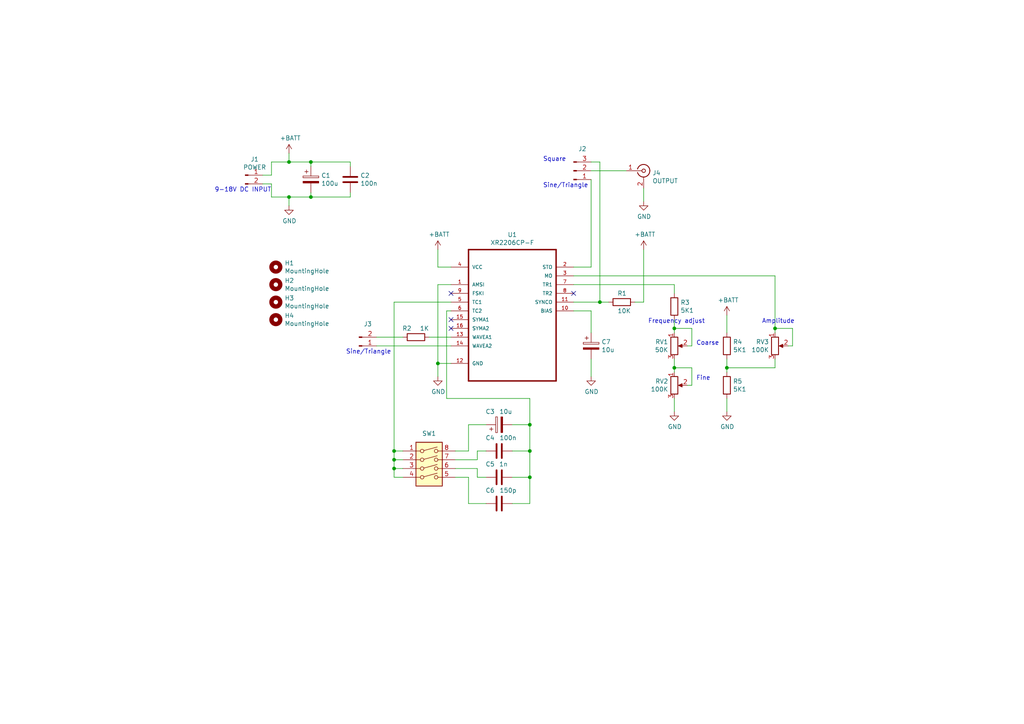
<source format=kicad_sch>
(kicad_sch (version 20211123) (generator eeschema)
  (paper "A4")
  (title_block (title "XR2206 1Hz - 2MHz Function Generator") (date "2022-12-04") (rev "v02.2") (comment 2 "https://www.gnu.org/licenses/gpl.html") (comment 3 "License: GNU General Public License (GPL) version 3") (comment 4 "Author: Poly Electronics"))
  (lib_symbols
    (symbol "Connector:Conn_01x02_Male" (pin_names (offset 1.016) hide)
      (property "Reference" "J" (at 0 2.54 0))
      (property "Value" "Conn_01x02_Male" (at 0 -5.08 0))
      (symbol "Conn_01x02_Male_1_1"
        (polyline (pts (xy 1.27 -2.54) (xy 0.8636 -2.54)) (stroke (width 0.1524)))
        (polyline (pts (xy 1.27 0) (xy 0.8636 0)) (stroke (width 0.1524)))
        (rectangle (start 0.8636 -2.413) (end 0 -2.667) (stroke (width 0.1524)) (fill (type outline)))
        (rectangle (start 0.8636 0.127) (end 0 -0.127) (stroke (width 0.1524)) (fill (type outline)))
        (pin passive line (at 5.08 0 180) (length 3.81) (name "Pin_1") (number "1"))
        (pin passive line (at 5.08 -2.54 180) (length 3.81) (name "Pin_2") (number "2"))
      )
    )
    (symbol "Connector:Conn_01x03_Male" (pin_names (offset 1.016) hide)
      (property "Reference" "J" (at 0 5.08 0))
      (property "Value" "Conn_01x03_Male" (at 0 -5.08 0))
      (symbol "Conn_01x03_Male_1_1"
        (polyline (pts (xy 1.27 -2.54) (xy 0.8636 -2.54)) (stroke (width 0.1524)))
        (polyline (pts (xy 1.27 0) (xy 0.8636 0)) (stroke (width 0.1524)))
        (polyline (pts (xy 1.27 2.54) (xy 0.8636 2.54)) (stroke (width 0.1524)))
        (rectangle (start 0.8636 -2.413) (end 0 -2.667) (stroke (width 0.1524)) (fill (type outline)))
        (rectangle (start 0.8636 0.127) (end 0 -0.127) (stroke (width 0.1524)) (fill (type outline)))
        (rectangle (start 0.8636 2.667) (end 0 2.413) (stroke (width 0.1524)) (fill (type outline)))
        (pin passive line (at 5.08 2.54 180) (length 3.81) (name "Pin_1") (number "1"))
        (pin passive line (at 5.08 0 180) (length 3.81) (name "Pin_2") (number "2"))
        (pin passive line (at 5.08 -2.54 180) (length 3.81) (name "Pin_3") (number "3"))
      )
    )
    (symbol "Connector:Conn_Coaxial" (pin_names (offset 1.016) hide)
      (property "Reference" "J" (at 0.254 3.048 0))
      (property "Value" "Conn_Coaxial" (at 2.921 0 90))
      (symbol "Conn_Coaxial_0_1"
        (arc (start -1.778 -0.508) (mid 0.2311 -1.8066) (end 1.778 0) (stroke (width 0.254)))
        (polyline (pts (xy -2.54 0) (xy -0.508 0)))
        (polyline (pts (xy 0 -2.54) (xy 0 -1.778)))
        (circle (center 0 0) (radius 0.508) (stroke (width 0.2032)))
        (arc (start 1.778 0) (mid 0.2099 1.8101) (end -1.778 0.508) (stroke (width 0.254)))
      )
      (symbol "Conn_Coaxial_1_1"
        (pin passive line (at -5.08 0 0) (length 2.54) (name "In") (number "1"))
        (pin passive line (at 0 -5.08 90) (length 2.54) (name "Ext") (number "2"))
      )
    )
    (symbol "Device:C" (pin_numbers hide) (pin_names (offset 0.254))
      (property "Reference" "C" (at 0.635 2.54 0))
      (property "Value" "C" (at 0.635 -2.54 0))
      (symbol "C_0_1"
        (polyline (pts (xy -2.032 -0.762) (xy 2.032 -0.762)) (stroke (width 0.508)))
        (polyline (pts (xy -2.032 0.762) (xy 2.032 0.762)) (stroke (width 0.508)))
      )
      (symbol "C_1_1"
        (pin passive line (at 0 3.81 270) (length 2.794) (name "~") (number "1"))
        (pin passive line (at 0 -3.81 90) (length 2.794) (name "~") (number "2"))
      )
    )
    (symbol "Device:R" (pin_numbers hide) (pin_names (offset 0))
      (property "Reference" "R" (at 2.032 0 90))
      (property "Value" "R" (at 0 0 90))
      (symbol "R_0_1"
        (rectangle (start -1.016 -2.54) (end 1.016 2.54) (stroke (width 0.254)))
      )
      (symbol "R_1_1"
        (pin passive line (at 0 3.81 270) (length 1.27) (name "~") (number "1"))
        (pin passive line (at 0 -3.81 90) (length 1.27) (name "~") (number "2"))
      )
    )
    (symbol "FuncGen-rescue:CP-Device" (pin_numbers hide) (pin_names (offset 0.254))
      (property "Reference" "C" (at 0.635 2.54 0))
      (property "Value" "CP-Device" (at 0.635 -2.54 0))
      (symbol "CP-Device_0_1"
        (rectangle (start -2.286 0.508) (end 2.286 1.016))
        (polyline (pts (xy -1.778 2.286) (xy -0.762 2.286)))
        (polyline (pts (xy -1.27 2.794) (xy -1.27 1.778)))
        (rectangle (start 2.286 -0.508) (end -2.286 -1.016) (fill (type outline)))
      )
      (symbol "CP-Device_1_1"
        (pin passive line (at 0 3.81 270) (length 2.794) (name "~") (number "1"))
        (pin passive line (at 0 -3.81 90) (length 2.794) (name "~") (number "2"))
      )
    )
    (symbol "FuncGen-rescue:R_POT-Device" (pin_names (offset 1.016) hide)
      (property "Reference" "RV" (at -4.445 0 90))
      (property "Value" "R_POT-Device" (at -2.54 0 90))
      (symbol "R_POT-Device_0_1"
        (polyline (pts (xy 2.54 0) (xy 1.524 0)))
        (polyline (pts (xy 1.143 0) (xy 2.286 0.508) (xy 2.286 -0.508) (xy 1.143 0)) (fill (type outline)))
        (rectangle (start 1.016 2.54) (end -1.016 -2.54) (stroke (width 0.254)))
      )
      (symbol "R_POT-Device_1_1"
        (pin passive line (at 0 3.81 270) (length 1.27) (name "1") (number "1"))
        (pin passive line (at 3.81 0 180) (length 1.27) (name "2") (number "2"))
        (pin passive line (at 0 -3.81 90) (length 1.27) (name "3") (number "3"))
      )
    )
    (symbol "Mechanical:MountingHole" (pin_names (offset 1.016))
      (property "Reference" "H" (at 0 5.08 0))
      (property "Value" "MountingHole" (at 0 3.175 0))
      (symbol "MountingHole_0_1"
        (circle (center 0 0) (radius 1.27) (stroke (width 1.27)))
      )
    )
    (symbol "Signal_Generator:XR2206CP-F" (pin_names (offset 1.016))
      (property "Reference" "U" (at -5.461 18.0848 0))
      (property "Value" "XR2206CP-F" (at -5.1816 -27.2796 0))
      (symbol "XR2206CP-F_0_0"
        (polyline (pts (xy -12.7 -22.86) (xy 12.7 -22.86)) (stroke (width 0.4064)))
        (polyline (pts (xy -12.7 15.24) (xy -12.7 -22.86)) (stroke (width 0.4064)))
        (polyline (pts (xy 12.7 -22.86) (xy 12.7 15.24)) (stroke (width 0.4064)))
        (polyline (pts (xy 12.7 15.24) (xy -12.7 15.24)) (stroke (width 0.4064)))
        (pin input line (at -17.78 5.08 0) (length 5.08) (name "AMSI") (number "1"))
        (pin output line (at 17.78 -2.54 180) (length 5.08) (name "BIAS") (number "10"))
        (pin output line (at 17.78 0 180) (length 5.08) (name "SYNCO") (number "11"))
        (pin passive line (at -17.78 -17.78 0) (length 5.08) (name "GND") (number "12"))
        (pin input line (at -17.78 -10.16 0) (length 5.08) (name "WAVEA1") (number "13"))
        (pin input line (at -17.78 -12.7 0) (length 5.08) (name "WAVEA2") (number "14"))
        (pin input line (at -17.78 -5.08 0) (length 5.08) (name "SYMA1") (number "15"))
        (pin input line (at -17.78 -7.62 0) (length 5.08) (name "SYMA2") (number "16"))
        (pin output line (at 17.78 10.16 180) (length 5.08) (name "STO") (number "2"))
        (pin output line (at 17.78 7.62 180) (length 5.08) (name "MO") (number "3"))
        (pin power_in line (at -17.78 10.16 0) (length 5.08) (name "VCC") (number "4"))
        (pin input line (at -17.78 0 0) (length 5.08) (name "TC1") (number "5"))
        (pin input line (at -17.78 -2.54 0) (length 5.08) (name "TC2") (number "6"))
        (pin output line (at 17.78 5.08 180) (length 5.08) (name "TR1") (number "7"))
        (pin output line (at 17.78 2.54 180) (length 5.08) (name "TR2") (number "8"))
        (pin input line (at -17.78 2.54 0) (length 5.08) (name "FSKI") (number "9"))
      )
    )
    (symbol "Switch:SW_DIP_x04" (pin_names (offset 0) hide)
      (property "Reference" "SW" (at 0 8.89 0))
      (property "Value" "SW_DIP_x04" (at 0 -6.35 0))
      (symbol "SW_DIP_x04_0_0"
        (circle (center -2.032 -2.54) (radius 0.508))
        (circle (center -2.032 0) (radius 0.508))
        (circle (center -2.032 2.54) (radius 0.508))
        (circle (center -2.032 5.08) (radius 0.508))
        (polyline (pts (xy -1.524 -2.3876) (xy 2.3622 -1.3462)))
        (polyline (pts (xy -1.524 0.127) (xy 2.3622 1.1684)))
        (polyline (pts (xy -1.524 2.667) (xy 2.3622 3.7084)))
        (polyline (pts (xy -1.524 5.207) (xy 2.3622 6.2484)))
        (circle (center 2.032 -2.54) (radius 0.508))
        (circle (center 2.032 0) (radius 0.508))
        (circle (center 2.032 2.54) (radius 0.508))
        (circle (center 2.032 5.08) (radius 0.508))
      )
      (symbol "SW_DIP_x04_0_1"
        (rectangle (start -3.81 7.62) (end 3.81 -5.08) (stroke (width 0.254)) (fill (type background)))
      )
      (symbol "SW_DIP_x04_1_1"
        (pin passive line (at -7.62 5.08 0) (length 5.08) (name "~") (number "1"))
        (pin passive line (at -7.62 2.54 0) (length 5.08) (name "~") (number "2"))
        (pin passive line (at -7.62 0 0) (length 5.08) (name "~") (number "3"))
        (pin passive line (at -7.62 -2.54 0) (length 5.08) (name "~") (number "4"))
        (pin passive line (at 7.62 -2.54 180) (length 5.08) (name "~") (number "5"))
        (pin passive line (at 7.62 0 180) (length 5.08) (name "~") (number "6"))
        (pin passive line (at 7.62 2.54 180) (length 5.08) (name "~") (number "7"))
        (pin passive line (at 7.62 5.08 180) (length 5.08) (name "~") (number "8"))
      )
    )
    (symbol "power:+BATT" (power) (pin_names (offset 0))
      (property "Value" "+BATT" (at 0 3.556 0))
      (symbol "+BATT_0_1"
        (polyline (pts (xy -0.762 1.27) (xy 0 2.54)))
        (polyline (pts (xy 0 0) (xy 0 2.54)))
        (polyline (pts (xy 0 2.54) (xy 0.762 1.27)))
      )
      (symbol "+BATT_1_1"
        (pin power_in line (at 0 0 90) (length 0) hide (name "+BATT") (number "1"))
      )
    )
    (symbol "power:GND" (power) (pin_names (offset 0))
      (property "Value" "GND" (at 0 -3.81 0))
      (symbol "GND_0_1"
        (polyline (pts (xy 0 0) (xy 0 -1.27) (xy 1.27 -1.27) (xy 0 -2.54) (xy -1.27 -1.27) (xy 0 -1.27)))
      )
      (symbol "GND_1_1"
        (pin power_in line (at 0 0 270) (length 0) hide (name "GND") (number "1"))
      )
    )
  )
  (junction (at 90.17 46.99))
  (junction (at 195.58 106.68))
  (junction (at 195.58 95.25))
  (junction (at 114.3 133.35))
  (junction (at 210.82 106.68))
  (junction (at 153.67 123.19))
  (junction (at 127 105.41))
  (junction (at 153.67 138.43))
  (junction (at 83.82 57.15))
  (junction (at 153.67 130.81))
  (junction (at 114.3 135.89))
  (junction (at 224.79 95.25))
  (junction (at 83.82 46.99))
  (junction (at 114.3 130.81))
  (junction (at 173.99 87.63))
  (junction (at 90.17 57.15))
  (no_connect (at 166.37 85.09))
  (no_connect (at 130.81 95.25))
  (no_connect (at 130.81 85.09))
  (no_connect (at 130.81 92.71))
  (wire (pts (xy 153.67 130.81) (xy 153.67 123.19)))
  (wire (pts (xy 171.45 77.47) (xy 166.37 77.47)))
  (wire (pts (xy 148.59 146.05) (xy 153.67 146.05)))
  (wire (pts (xy 171.45 90.17) (xy 171.45 96.52)))
  (wire (pts (xy 138.43 130.81) (xy 138.43 133.35)))
  (wire (pts (xy 127 72.39) (xy 127 77.47)))
  (wire (pts (xy 195.58 95.25) (xy 195.58 96.52)))
  (wire (pts (xy 171.45 49.53) (xy 181.61 49.53)))
  (wire (pts (xy 130.81 97.79) (xy 124.46 97.79)))
  (wire (pts (xy 90.17 55.88) (xy 90.17 57.15)))
  (wire (pts (xy 200.66 111.76) (xy 200.66 106.68)))
  (wire (pts (xy 224.79 106.68) (xy 210.82 106.68)))
  (wire (pts (xy 109.22 100.33) (xy 130.81 100.33)))
  (wire (pts (xy 171.45 52.07) (xy 171.45 77.47)))
  (wire (pts (xy 210.82 96.52) (xy 210.82 91.44)))
  (wire (pts (xy 199.39 111.76) (xy 200.66 111.76)))
  (wire (pts (xy 210.82 106.68) (xy 210.82 107.95)))
  (wire (pts (xy 195.58 85.09) (xy 195.58 82.55)))
  (wire (pts (xy 153.67 115.57) (xy 153.67 123.19)))
  (wire (pts (xy 148.59 130.81) (xy 153.67 130.81)))
  (wire (pts (xy 186.69 54.61) (xy 186.69 58.42)))
  (wire (pts (xy 195.58 82.55) (xy 166.37 82.55)))
  (wire (pts (xy 116.84 130.81) (xy 114.3 130.81)))
  (wire (pts (xy 224.79 104.14) (xy 224.79 106.68)))
  (wire (pts (xy 140.97 146.05) (xy 135.89 146.05)))
  (wire (pts (xy 83.82 57.15) (xy 83.82 59.69)))
  (wire (pts (xy 127 105.41) (xy 130.81 105.41)))
  (wire (pts (xy 138.43 138.43) (xy 138.43 135.89)))
  (wire (pts (xy 195.58 115.57) (xy 195.58 119.38)))
  (wire (pts (xy 173.99 87.63) (xy 166.37 87.63)))
  (wire (pts (xy 135.89 130.81) (xy 132.08 130.81)))
  (wire (pts (xy 171.45 46.99) (xy 173.99 46.99)))
  (wire (pts (xy 148.59 138.43) (xy 153.67 138.43)))
  (wire (pts (xy 210.82 104.14) (xy 210.82 106.68)))
  (wire (pts (xy 78.74 46.99) (xy 83.82 46.99)))
  (wire (pts (xy 130.81 82.55) (xy 127 82.55)))
  (wire (pts (xy 166.37 90.17) (xy 171.45 90.17)))
  (wire (pts (xy 140.97 123.19) (xy 135.89 123.19)))
  (wire (pts (xy 101.6 57.15) (xy 90.17 57.15)))
  (wire (pts (xy 90.17 48.26) (xy 90.17 46.99)))
  (wire (pts (xy 195.58 104.14) (xy 195.58 106.68)))
  (wire (pts (xy 186.69 72.39) (xy 186.69 87.63)))
  (wire (pts (xy 116.84 97.79) (xy 109.22 97.79)))
  (wire (pts (xy 148.59 123.19) (xy 153.67 123.19)))
  (wire (pts (xy 195.58 106.68) (xy 195.58 107.95)))
  (wire (pts (xy 127 82.55) (xy 127 105.41)))
  (wire (pts (xy 224.79 95.25) (xy 224.79 80.01)))
  (wire (pts (xy 200.66 100.33) (xy 200.66 95.25)))
  (wire (pts (xy 140.97 130.81) (xy 138.43 130.81)))
  (wire (pts (xy 114.3 135.89) (xy 114.3 138.43)))
  (wire (pts (xy 78.74 57.15) (xy 83.82 57.15)))
  (wire (pts (xy 138.43 135.89) (xy 132.08 135.89)))
  (wire (pts (xy 199.39 100.33) (xy 200.66 100.33)))
  (wire (pts (xy 114.3 130.81) (xy 114.3 133.35)))
  (wire (pts (xy 229.87 100.33) (xy 229.87 95.25)))
  (wire (pts (xy 76.2 50.8) (xy 78.74 50.8)))
  (wire (pts (xy 90.17 57.15) (xy 83.82 57.15)))
  (wire (pts (xy 229.87 95.25) (xy 224.79 95.25)))
  (wire (pts (xy 114.3 138.43) (xy 116.84 138.43)))
  (wire (pts (xy 224.79 95.25) (xy 224.79 96.52)))
  (wire (pts (xy 101.6 46.99) (xy 90.17 46.99)))
  (wire (pts (xy 176.53 87.63) (xy 173.99 87.63)))
  (wire (pts (xy 78.74 50.8) (xy 78.74 46.99)))
  (wire (pts (xy 153.67 138.43) (xy 153.67 130.81)))
  (wire (pts (xy 83.82 46.99) (xy 83.82 44.45)))
  (wire (pts (xy 224.79 80.01) (xy 166.37 80.01)))
  (wire (pts (xy 116.84 133.35) (xy 114.3 133.35)))
  (wire (pts (xy 127 77.47) (xy 130.81 77.47)))
  (wire (pts (xy 114.3 133.35) (xy 114.3 135.89)))
  (wire (pts (xy 200.66 95.25) (xy 195.58 95.25)))
  (wire (pts (xy 200.66 106.68) (xy 195.58 106.68)))
  (wire (pts (xy 101.6 55.88) (xy 101.6 57.15)))
  (wire (pts (xy 114.3 87.63) (xy 130.81 87.63)))
  (wire (pts (xy 173.99 46.99) (xy 173.99 87.63)))
  (wire (pts (xy 130.81 90.17) (xy 129.54 90.17)))
  (wire (pts (xy 138.43 133.35) (xy 132.08 133.35)))
  (wire (pts (xy 186.69 87.63) (xy 184.15 87.63)))
  (wire (pts (xy 171.45 104.14) (xy 171.45 109.22)))
  (wire (pts (xy 90.17 46.99) (xy 83.82 46.99)))
  (wire (pts (xy 76.2 53.34) (xy 78.74 53.34)))
  (wire (pts (xy 129.54 115.57) (xy 153.67 115.57)))
  (wire (pts (xy 135.89 123.19) (xy 135.89 130.81)))
  (wire (pts (xy 140.97 138.43) (xy 138.43 138.43)))
  (wire (pts (xy 127 109.22) (xy 127 105.41)))
  (wire (pts (xy 153.67 146.05) (xy 153.67 138.43)))
  (wire (pts (xy 116.84 135.89) (xy 114.3 135.89)))
  (wire (pts (xy 129.54 90.17) (xy 129.54 115.57)))
  (wire (pts (xy 195.58 92.71) (xy 195.58 95.25)))
  (wire (pts (xy 210.82 115.57) (xy 210.82 119.38)))
  (wire (pts (xy 228.6 100.33) (xy 229.87 100.33)))
  (wire (pts (xy 101.6 48.26) (xy 101.6 46.99)))
  (wire (pts (xy 78.74 53.34) (xy 78.74 57.15)))
  (wire (pts (xy 114.3 130.81) (xy 114.3 87.63)))
  (wire (pts (xy 135.89 146.05) (xy 135.89 138.43)))
  (wire (pts (xy 135.89 138.43) (xy 132.08 138.43)))
  (text "Fine" (at 201.93 110.49 0) (effects (font (size 1.27 1.27)) (justify left bottom)))
  (text "Amplitude" (at 220.98 93.98 0) (effects (font (size 1.27 1.27)) (justify left bottom)))
  (text "Frequency adjust" (at 187.96 93.98 0) (effects (font (size 1.27 1.27)) (justify left bottom)))
  (text "Sine/Triangle" (at 100.33 102.87 0) (effects (font (size 1.27 1.27)) (justify left bottom)))
  (text "9-18V DC INPUT" (at 62.23 55.88 0) (effects (font (size 1.27 1.27)) (justify left bottom)))
  (text "Sine/Triangle" (at 157.48 54.61 0) (effects (font (size 1.27 1.27)) (justify left bottom)))
  (text "Square" (at 157.48 46.99 0) (effects (font (size 1.27 1.27)) (justify left bottom)))
  (text "Coarse" (at 201.93 100.33 0) (effects (font (size 1.27 1.27)) (justify left bottom)))
  (symbol (lib_id "Connector:Conn_Coaxial") (at 186.69 49.53 0) (unit 1)
    (property "Reference" "J4" (at 189.23 50.165 0) (effects (justify left)))
    (property "Value" "OUTPUT" (at 189.23 52.4764 0) (effects (justify left)))
    (property "Footprint" "Connector_Audio:rca_yellow" (effects hide))
    (property "Datasheet" " ~" (effects hide))
  )
  (symbol (lib_id "Switch:SW_DIP_x04") (at 124.46 135.89 0) (unit 1)
    (property "Reference" "SW1" (at 124.46 125.73 0))
    (property "Value" "SW_DIP_x04" (effects hide))
    (property "Footprint" "Button_Switch_THT:SW_DIP_SPSTx04_Slide_9.78x12.34mm_W7.62mm_P2.54mm" (effects hide))
  )
  (symbol (lib_id "Connector:Conn_01x03_Male") (at 166.37 49.53 0) (mirror x) (unit 1)
    (property "Reference" "J2" (at 168.91 43.18 0))
    (property "Value" "Conn_01x03_Male" (effects hide))
    (property "Footprint" "Connector_PinHeader_2.54mm:PinHeader_1x03_P2.54mm_Vertical" (effects hide))
  )
  (symbol (lib_id "Connector:Conn_01x02_Male") (at 104.14 100.33 0) (mirror x) (unit 1)
    (property "Reference" "J3" (at 106.68 93.98 0))
    (property "Value" "Conn_01x02_Male" (effects hide))
    (property "Footprint" "Connector_PinHeader_2.54mm:PinHeader_1x02_P2.54mm_Vertical" (effects hide))
  )
  (symbol (lib_id "Connector:Conn_01x02_Male") (at 71.12 50.8 0) (unit 1)
    (property "Reference" "J1" (at 73.8632 46.2026 0))
    (property "Value" "POWER" (at 73.8632 48.514 0))
    (property "Footprint" "Connector_PinHeader_2.54mm:PinHeader_1x02_P2.54mm_Vertical" (effects hide))
  )
  (symbol (lib_id "FuncGen-rescue:R_POT-Device") (at 195.58 111.76 0) (unit 1)
    (property "Reference" "RV2" (at 193.8274 110.5916 0) (effects (justify right)))
    (property "Value" "100K" (at 193.8274 112.903 0) (effects (justify right)))
    (property "Footprint" "Potentiometer_THT:Potentiometer_Piher_T-16H_Single_Horizontal" (effects hide))
  )
  (symbol (lib_id "FuncGen-rescue:R_POT-Device") (at 195.58 100.33 0) (unit 1)
    (property "Reference" "RV1" (at 193.8274 99.1616 0) (effects (justify right)))
    (property "Value" "50K" (at 193.8274 101.473 0) (effects (justify right)))
    (property "Footprint" "Potentiometer_THT:Potentiometer_Piher_T-16H_Single_Horizontal" (effects hide))
  )
  (symbol (lib_id "FuncGen-rescue:R_POT-Device") (at 224.79 100.33 0) (unit 1)
    (property "Reference" "RV3" (at 223.0374 99.1616 0) (effects (justify right)))
    (property "Value" "100K" (at 223.0374 101.473 0) (effects (justify right)))
    (property "Footprint" "Potentiometer_THT:Potentiometer_Piher_T-16H_Single_Horizontal" (effects hide))
  )
  (symbol (lib_id "FuncGen-rescue:CP-Device") (at 90.17 52.07 0) (unit 1)
    (property "Reference" "C1" (at 93.1672 50.9016 0) (effects (justify left)))
    (property "Value" "100u" (at 93.1672 53.213 0) (effects (justify left)))
    (property "Footprint" "Capacitor_THT:CP_Radial_D8.0mm_P3.50mm" (effects hide))
  )
  (symbol (lib_id "FuncGen-rescue:CP-Device") (at 144.78 123.19 90) (unit 1)
    (property "Reference" "C3" (at 143.51 119.38 90) (effects (justify left)))
    (property "Value" "10u" (at 148.59 119.38 90) (effects (justify left)))
    (property "Footprint" "Capacitor_THT:CP_Radial_D5.0mm_P2.00mm" (effects hide))
  )
  (symbol (lib_id "FuncGen-rescue:CP-Device") (at 171.45 100.33 0) (unit 1)
    (property "Reference" "C7" (at 174.4472 99.1616 0) (effects (justify left)))
    (property "Value" "10u" (at 174.4472 101.473 0) (effects (justify left)))
    (property "Footprint" "Capacitor_THT:CP_Radial_D5.0mm_P2.00mm" (effects hide))
  )
  (symbol (lib_id "Device:C") (at 144.78 130.81 90) (unit 1)
    (property "Reference" "C4" (at 143.51 127 90) (effects (justify left)))
    (property "Value" "100n" (at 149.86 127 90) (effects (justify left)))
    (property "Footprint" "Capacitor_THT:C_Disc_D6.0mm_W2.5mm_P5.00mm" (effects hide))
  )
  (symbol (lib_id "Device:C") (at 101.6 52.07 0) (unit 1)
    (property "Reference" "C2" (at 104.521 50.9016 0) (effects (justify left)))
    (property "Value" "100n" (at 104.521 53.213 0) (effects (justify left)))
    (property "Footprint" "Capacitor_THT:C_Disc_D6.0mm_W2.5mm_P5.00mm" (effects hide))
  )
  (symbol (lib_id "Device:C") (at 144.78 138.43 90) (unit 1)
    (property "Reference" "C5" (at 143.51 134.62 90) (effects (justify left)))
    (property "Value" "1n" (at 147.32 134.62 90) (effects (justify left)))
    (property "Footprint" "Capacitor_THT:C_Disc_D5.0mm_W2.5mm_P2.50mm" (effects hide))
  )
  (symbol (lib_id "Device:C") (at 144.78 146.05 90) (unit 1)
    (property "Reference" "C6" (at 143.51 142.24 90) (effects (justify left)))
    (property "Value" "150p" (at 149.86 142.24 90) (effects (justify left)))
    (property "Footprint" "Capacitor_THT:C_Disc_D5.0mm_W2.5mm_P2.50mm" (effects hide))
  )
  (symbol (lib_id "Device:R") (at 180.34 87.63 270) (unit 1)
    (property "Reference" "R1" (at 179.07 85.09 90) (effects (justify left)))
    (property "Value" "10K" (at 179.07 90.17 90) (effects (justify left)))
    (property "Footprint" "Resistor_THT:R_Axial_DIN0207_L6.3mm_D2.5mm_P7.62mm_Horizontal" (effects hide))
  )
  (symbol (lib_id "Device:R") (at 120.65 97.79 90) (unit 1)
    (property "Reference" "R2" (at 119.38 95.25 90) (effects (justify left)))
    (property "Value" "1K" (at 124.46 95.25 90) (effects (justify left)))
    (property "Footprint" "Resistor_THT:R_Axial_DIN0207_L6.3mm_D2.5mm_P7.62mm_Horizontal" (effects hide))
  )
  (symbol (lib_id "Device:R") (at 195.58 88.9 0) (unit 1)
    (property "Reference" "R3" (at 197.358 87.7316 0) (effects (justify left)))
    (property "Value" "5K1" (at 197.358 90.043 0) (effects (justify left)))
    (property "Footprint" "Resistor_THT:R_Axial_DIN0207_L6.3mm_D2.5mm_P7.62mm_Horizontal" (effects hide))
  )
  (symbol (lib_id "Device:R") (at 210.82 100.33 0) (unit 1)
    (property "Reference" "R4" (at 212.598 99.1616 0) (effects (justify left)))
    (property "Value" "5K1" (at 212.598 101.473 0) (effects (justify left)))
    (property "Footprint" "Resistor_THT:R_Axial_DIN0207_L6.3mm_D2.5mm_P7.62mm_Horizontal" (effects hide))
  )
  (symbol (lib_id "Device:R") (at 210.82 111.76 0) (unit 1)
    (property "Reference" "R5" (at 212.598 110.5916 0) (effects (justify left)))
    (property "Value" "5K1" (at 212.598 112.903 0) (effects (justify left)))
    (property "Footprint" "Resistor_THT:R_Axial_DIN0207_L6.3mm_D2.5mm_P7.62mm_Horizontal" (effects hide))
  )
  (symbol (lib_id "Signal_Generator:XR2206CP-F") (at 148.59 87.63 0) (unit 1)
    (property "Reference" "U1" (at 148.59 68.072 0))
    (property "Value" "XR2206CP-F" (at 148.59 70.3834 0))
    (property "Footprint" "Package_DIP:DIP-16_W7.62mm_Socket" (effects hide))
    (property "Datasheet" "PDIP-16" (effects hide))
    (property "Campo4" "24R2365" (effects hide))
    (property "Campo5" "EXAR" (effects hide))
    (property "Campo6" "XR2206CP-F" (effects hide))
    (property "Campo7" "1798670" (effects hide))
  )
  (symbol (lib_id "power:GND") (at 127 109.22 0) (unit 1)
    (property "Reference" "#PWR0101" (effects hide))
    (property "Value" "GND" (at 127.127 113.6142 0))
  )
  (symbol (lib_id "Mechanical:MountingHole") (at 80.01 77.47 0) (unit 1)
    (property "Reference" "H1" (at 82.55 76.3016 0) (effects (justify left)))
    (property "Value" "MountingHole" (at 82.55 78.613 0) (effects (justify left)))
    (property "Footprint" "MountingHole:MountingHole_3mm" (effects hide))
  )
  (symbol (lib_id "Mechanical:MountingHole") (at 80.01 82.55 0) (unit 1)
    (property "Reference" "H2" (at 82.55 81.3816 0) (effects (justify left)))
    (property "Value" "MountingHole" (at 82.55 83.693 0) (effects (justify left)))
    (property "Footprint" "MountingHole:MountingHole_3mm" (effects hide))
  )
  (symbol (lib_id "Mechanical:MountingHole") (at 80.01 87.63 0) (unit 1)
    (property "Reference" "H3" (at 82.55 86.4616 0) (effects (justify left)))
    (property "Value" "MountingHole" (at 82.55 88.773 0) (effects (justify left)))
    (property "Footprint" "MountingHole:MountingHole_3mm" (effects hide))
  )
  (symbol (lib_id "Mechanical:MountingHole") (at 80.01 92.71 0) (unit 1)
    (property "Reference" "H4" (at 82.55 91.5416 0) (effects (justify left)))
    (property "Value" "MountingHole" (at 82.55 93.853 0) (effects (justify left)))
    (property "Footprint" "MountingHole:MountingHole_3mm" (effects hide))
  )
  (symbol (lib_id "power:+BATT") (at 127 72.39 0) (unit 1)
    (property "Reference" "#PWR0102" (effects hide))
    (property "Value" "+BATT" (at 127.381 67.9958 0))
  )
  (symbol (lib_id "power:GND") (at 171.45 109.22 0) (unit 1)
    (property "Reference" "#PWR0103" (effects hide))
    (property "Value" "GND" (at 171.577 113.6142 0))
  )
  (symbol (lib_id "power:GND") (at 195.58 119.38 0) (unit 1)
    (property "Reference" "#PWR0104" (effects hide))
    (property "Value" "GND" (at 195.707 123.7742 0))
  )
  (symbol (lib_id "power:GND") (at 210.82 119.38 0) (unit 1)
    (property "Reference" "#PWR0105" (effects hide))
    (property "Value" "GND" (at 210.947 123.7742 0))
  )
  (symbol (lib_id "power:+BATT") (at 210.82 91.44 0) (unit 1)
    (property "Reference" "#PWR0106" (effects hide))
    (property "Value" "+BATT" (at 211.201 87.0458 0))
  )
  (symbol (lib_id "power:+BATT") (at 83.82 44.45 0) (unit 1)
    (property "Reference" "#PWR0107" (effects hide))
    (property "Value" "+BATT" (at 84.201 40.0558 0))
  )
  (symbol (lib_id "power:GND") (at 83.82 59.69 0) (unit 1)
    (property "Reference" "#PWR0108" (effects hide))
    (property "Value" "GND" (at 83.947 64.0842 0))
  )
  (symbol (lib_id "power:+BATT") (at 186.69 72.39 0) (unit 1)
    (property "Reference" "#PWR0109" (effects hide))
    (property "Value" "+BATT" (at 187.071 67.9958 0))
  )
  (symbol (lib_id "power:GND") (at 186.69 58.42 0) (unit 1)
    (property "Reference" "#PWR0110" (effects hide))
    (property "Value" "GND" (at 186.817 62.8142 0))
  )
)
</source>
